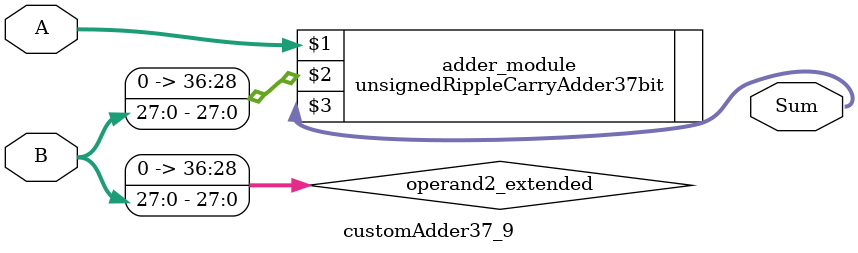
<source format=v>
module customAdder37_9(
                        input [36 : 0] A,
                        input [27 : 0] B,
                        
                        output [37 : 0] Sum
                );

        wire [36 : 0] operand2_extended;
        
        assign operand2_extended =  {9'b0, B};
        
        unsignedRippleCarryAdder37bit adder_module(
            A,
            operand2_extended,
            Sum
        );
        
        endmodule
        
</source>
